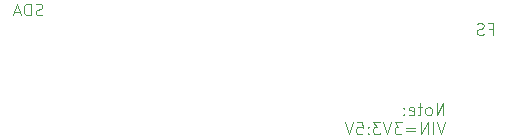
<source format=gbr>
%TF.GenerationSoftware,KiCad,Pcbnew,8.0.4*%
%TF.CreationDate,2024-09-07T22:41:43+02:00*%
%TF.ProjectId,PCB,5043422e-6b69-4636-9164-5f7063625858,rev?*%
%TF.SameCoordinates,Original*%
%TF.FileFunction,Legend,Bot*%
%TF.FilePolarity,Positive*%
%FSLAX46Y46*%
G04 Gerber Fmt 4.6, Leading zero omitted, Abs format (unit mm)*
G04 Created by KiCad (PCBNEW 8.0.4) date 2024-09-07 22:41:43*
%MOMM*%
%LPD*%
G01*
G04 APERTURE LIST*
%ADD10C,0.100000*%
G04 APERTURE END LIST*
D10*
X184106115Y-92732475D02*
X184106115Y-91732475D01*
X184106115Y-91732475D02*
X183534687Y-92732475D01*
X183534687Y-92732475D02*
X183534687Y-91732475D01*
X182915639Y-92732475D02*
X183010877Y-92684856D01*
X183010877Y-92684856D02*
X183058496Y-92637236D01*
X183058496Y-92637236D02*
X183106115Y-92541998D01*
X183106115Y-92541998D02*
X183106115Y-92256284D01*
X183106115Y-92256284D02*
X183058496Y-92161046D01*
X183058496Y-92161046D02*
X183010877Y-92113427D01*
X183010877Y-92113427D02*
X182915639Y-92065808D01*
X182915639Y-92065808D02*
X182772782Y-92065808D01*
X182772782Y-92065808D02*
X182677544Y-92113427D01*
X182677544Y-92113427D02*
X182629925Y-92161046D01*
X182629925Y-92161046D02*
X182582306Y-92256284D01*
X182582306Y-92256284D02*
X182582306Y-92541998D01*
X182582306Y-92541998D02*
X182629925Y-92637236D01*
X182629925Y-92637236D02*
X182677544Y-92684856D01*
X182677544Y-92684856D02*
X182772782Y-92732475D01*
X182772782Y-92732475D02*
X182915639Y-92732475D01*
X182296591Y-92065808D02*
X181915639Y-92065808D01*
X182153734Y-91732475D02*
X182153734Y-92589617D01*
X182153734Y-92589617D02*
X182106115Y-92684856D01*
X182106115Y-92684856D02*
X182010877Y-92732475D01*
X182010877Y-92732475D02*
X181915639Y-92732475D01*
X181201353Y-92684856D02*
X181296591Y-92732475D01*
X181296591Y-92732475D02*
X181487067Y-92732475D01*
X181487067Y-92732475D02*
X181582305Y-92684856D01*
X181582305Y-92684856D02*
X181629924Y-92589617D01*
X181629924Y-92589617D02*
X181629924Y-92208665D01*
X181629924Y-92208665D02*
X181582305Y-92113427D01*
X181582305Y-92113427D02*
X181487067Y-92065808D01*
X181487067Y-92065808D02*
X181296591Y-92065808D01*
X181296591Y-92065808D02*
X181201353Y-92113427D01*
X181201353Y-92113427D02*
X181153734Y-92208665D01*
X181153734Y-92208665D02*
X181153734Y-92303903D01*
X181153734Y-92303903D02*
X181629924Y-92399141D01*
X180725162Y-92637236D02*
X180677543Y-92684856D01*
X180677543Y-92684856D02*
X180725162Y-92732475D01*
X180725162Y-92732475D02*
X180772781Y-92684856D01*
X180772781Y-92684856D02*
X180725162Y-92637236D01*
X180725162Y-92637236D02*
X180725162Y-92732475D01*
X180725162Y-92113427D02*
X180677543Y-92161046D01*
X180677543Y-92161046D02*
X180725162Y-92208665D01*
X180725162Y-92208665D02*
X180772781Y-92161046D01*
X180772781Y-92161046D02*
X180725162Y-92113427D01*
X180725162Y-92113427D02*
X180725162Y-92208665D01*
X184248972Y-93342419D02*
X183915639Y-94342419D01*
X183915639Y-94342419D02*
X183582306Y-93342419D01*
X183248972Y-94342419D02*
X183248972Y-93342419D01*
X182772782Y-94342419D02*
X182772782Y-93342419D01*
X182772782Y-93342419D02*
X182201354Y-94342419D01*
X182201354Y-94342419D02*
X182201354Y-93342419D01*
X181725163Y-93818609D02*
X180963259Y-93818609D01*
X180963259Y-94104323D02*
X181725163Y-94104323D01*
X180582306Y-93342419D02*
X179963259Y-93342419D01*
X179963259Y-93342419D02*
X180296592Y-93723371D01*
X180296592Y-93723371D02*
X180153735Y-93723371D01*
X180153735Y-93723371D02*
X180058497Y-93770990D01*
X180058497Y-93770990D02*
X180010878Y-93818609D01*
X180010878Y-93818609D02*
X179963259Y-93913847D01*
X179963259Y-93913847D02*
X179963259Y-94151942D01*
X179963259Y-94151942D02*
X180010878Y-94247180D01*
X180010878Y-94247180D02*
X180058497Y-94294800D01*
X180058497Y-94294800D02*
X180153735Y-94342419D01*
X180153735Y-94342419D02*
X180439449Y-94342419D01*
X180439449Y-94342419D02*
X180534687Y-94294800D01*
X180534687Y-94294800D02*
X180582306Y-94247180D01*
X179677544Y-93342419D02*
X179344211Y-94342419D01*
X179344211Y-94342419D02*
X179010878Y-93342419D01*
X178772782Y-93342419D02*
X178153735Y-93342419D01*
X178153735Y-93342419D02*
X178487068Y-93723371D01*
X178487068Y-93723371D02*
X178344211Y-93723371D01*
X178344211Y-93723371D02*
X178248973Y-93770990D01*
X178248973Y-93770990D02*
X178201354Y-93818609D01*
X178201354Y-93818609D02*
X178153735Y-93913847D01*
X178153735Y-93913847D02*
X178153735Y-94151942D01*
X178153735Y-94151942D02*
X178201354Y-94247180D01*
X178201354Y-94247180D02*
X178248973Y-94294800D01*
X178248973Y-94294800D02*
X178344211Y-94342419D01*
X178344211Y-94342419D02*
X178629925Y-94342419D01*
X178629925Y-94342419D02*
X178725163Y-94294800D01*
X178725163Y-94294800D02*
X178772782Y-94247180D01*
X177725163Y-94247180D02*
X177677544Y-94294800D01*
X177677544Y-94294800D02*
X177725163Y-94342419D01*
X177725163Y-94342419D02*
X177772782Y-94294800D01*
X177772782Y-94294800D02*
X177725163Y-94247180D01*
X177725163Y-94247180D02*
X177725163Y-94342419D01*
X177725163Y-93723371D02*
X177677544Y-93770990D01*
X177677544Y-93770990D02*
X177725163Y-93818609D01*
X177725163Y-93818609D02*
X177772782Y-93770990D01*
X177772782Y-93770990D02*
X177725163Y-93723371D01*
X177725163Y-93723371D02*
X177725163Y-93818609D01*
X176772783Y-93342419D02*
X177248973Y-93342419D01*
X177248973Y-93342419D02*
X177296592Y-93818609D01*
X177296592Y-93818609D02*
X177248973Y-93770990D01*
X177248973Y-93770990D02*
X177153735Y-93723371D01*
X177153735Y-93723371D02*
X176915640Y-93723371D01*
X176915640Y-93723371D02*
X176820402Y-93770990D01*
X176820402Y-93770990D02*
X176772783Y-93818609D01*
X176772783Y-93818609D02*
X176725164Y-93913847D01*
X176725164Y-93913847D02*
X176725164Y-94151942D01*
X176725164Y-94151942D02*
X176772783Y-94247180D01*
X176772783Y-94247180D02*
X176820402Y-94294800D01*
X176820402Y-94294800D02*
X176915640Y-94342419D01*
X176915640Y-94342419D02*
X177153735Y-94342419D01*
X177153735Y-94342419D02*
X177248973Y-94294800D01*
X177248973Y-94294800D02*
X177296592Y-94247180D01*
X176439449Y-93342419D02*
X176106116Y-94342419D01*
X176106116Y-94342419D02*
X175772783Y-93342419D01*
X150153734Y-84244800D02*
X150010877Y-84292419D01*
X150010877Y-84292419D02*
X149772782Y-84292419D01*
X149772782Y-84292419D02*
X149677544Y-84244800D01*
X149677544Y-84244800D02*
X149629925Y-84197180D01*
X149629925Y-84197180D02*
X149582306Y-84101942D01*
X149582306Y-84101942D02*
X149582306Y-84006704D01*
X149582306Y-84006704D02*
X149629925Y-83911466D01*
X149629925Y-83911466D02*
X149677544Y-83863847D01*
X149677544Y-83863847D02*
X149772782Y-83816228D01*
X149772782Y-83816228D02*
X149963258Y-83768609D01*
X149963258Y-83768609D02*
X150058496Y-83720990D01*
X150058496Y-83720990D02*
X150106115Y-83673371D01*
X150106115Y-83673371D02*
X150153734Y-83578133D01*
X150153734Y-83578133D02*
X150153734Y-83482895D01*
X150153734Y-83482895D02*
X150106115Y-83387657D01*
X150106115Y-83387657D02*
X150058496Y-83340038D01*
X150058496Y-83340038D02*
X149963258Y-83292419D01*
X149963258Y-83292419D02*
X149725163Y-83292419D01*
X149725163Y-83292419D02*
X149582306Y-83340038D01*
X149153734Y-84292419D02*
X149153734Y-83292419D01*
X149153734Y-83292419D02*
X148915639Y-83292419D01*
X148915639Y-83292419D02*
X148772782Y-83340038D01*
X148772782Y-83340038D02*
X148677544Y-83435276D01*
X148677544Y-83435276D02*
X148629925Y-83530514D01*
X148629925Y-83530514D02*
X148582306Y-83720990D01*
X148582306Y-83720990D02*
X148582306Y-83863847D01*
X148582306Y-83863847D02*
X148629925Y-84054323D01*
X148629925Y-84054323D02*
X148677544Y-84149561D01*
X148677544Y-84149561D02*
X148772782Y-84244800D01*
X148772782Y-84244800D02*
X148915639Y-84292419D01*
X148915639Y-84292419D02*
X149153734Y-84292419D01*
X148201353Y-84006704D02*
X147725163Y-84006704D01*
X148296591Y-84292419D02*
X147963258Y-83292419D01*
X147963258Y-83292419D02*
X147629925Y-84292419D01*
X187982782Y-85408609D02*
X188316115Y-85408609D01*
X188316115Y-85932419D02*
X188316115Y-84932419D01*
X188316115Y-84932419D02*
X187839925Y-84932419D01*
X187506591Y-85884800D02*
X187363734Y-85932419D01*
X187363734Y-85932419D02*
X187125639Y-85932419D01*
X187125639Y-85932419D02*
X187030401Y-85884800D01*
X187030401Y-85884800D02*
X186982782Y-85837180D01*
X186982782Y-85837180D02*
X186935163Y-85741942D01*
X186935163Y-85741942D02*
X186935163Y-85646704D01*
X186935163Y-85646704D02*
X186982782Y-85551466D01*
X186982782Y-85551466D02*
X187030401Y-85503847D01*
X187030401Y-85503847D02*
X187125639Y-85456228D01*
X187125639Y-85456228D02*
X187316115Y-85408609D01*
X187316115Y-85408609D02*
X187411353Y-85360990D01*
X187411353Y-85360990D02*
X187458972Y-85313371D01*
X187458972Y-85313371D02*
X187506591Y-85218133D01*
X187506591Y-85218133D02*
X187506591Y-85122895D01*
X187506591Y-85122895D02*
X187458972Y-85027657D01*
X187458972Y-85027657D02*
X187411353Y-84980038D01*
X187411353Y-84980038D02*
X187316115Y-84932419D01*
X187316115Y-84932419D02*
X187078020Y-84932419D01*
X187078020Y-84932419D02*
X186935163Y-84980038D01*
M02*

</source>
